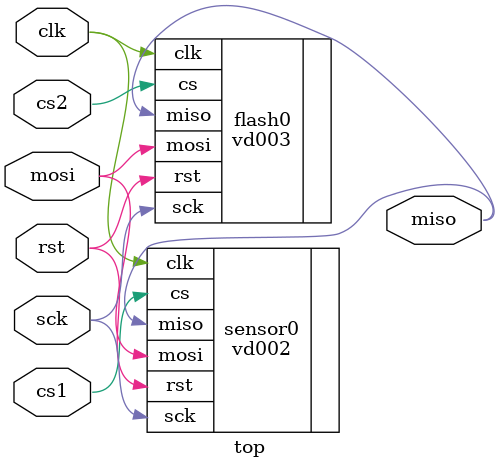
<source format=sv>
/* Copyright 2020 Jason Bakos, Philip Conrad, Charles Daniels */

module top(
	input logic clk,
	input logic rst,
	input logic cs1,
	input logic cs2,
	input logic sck,
	input logic mosi,
	output logic miso);

vd002 sensor0 (
	.clk(clk),
	.rst(rst),
	.cs(cs1),
	.sck(sck),
	.mosi(mosi),
	.miso(miso)
);

vd003 flash0(
	.clk(clk),
	.rst(rst),
	.cs(cs2),
	.sck(sck),
	.mosi(mosi),
	.miso(miso)
);

endmodule

</source>
